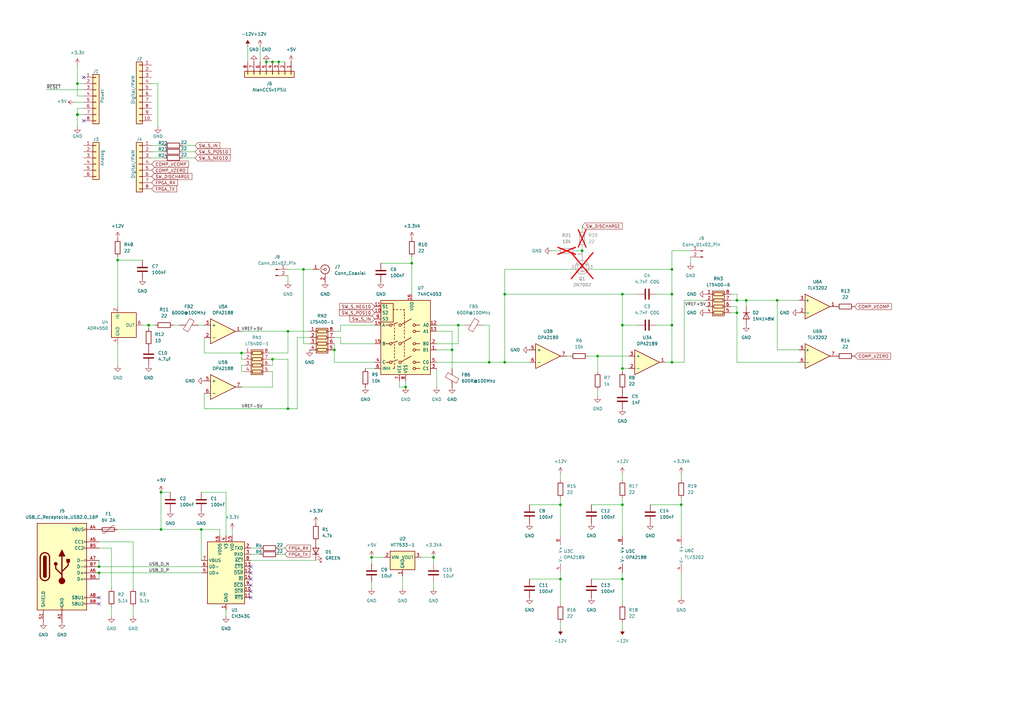
<source format=kicad_sch>
(kicad_sch (version 20250114) (generator "eeschema") (generator_version "9.0")
  (paper "A3")
  (title_block (date "mar. 31 mars 2015"))
  (lib_symbols
    (symbol "Analog_Switch:CD4053B"
      (property "Reference" "U" (at -10.16 16.51 0))
      (property "Value" "CD4053B" (at 3.81 16.51 0))
      (symbol "CD4053B_1_1"
        (pin input line (at -12.7 12.7 0) (length 2.54) (name "S1") (number "11"))
        (pin input line (at -12.7 10.16 0) (length 2.54) (name "S2") (number "10"))
        (pin input line (at -12.7 7.62 0) (length 2.54) (name "S3") (number "9"))
        (pin bidirectional line (at -12.7 5.08 0) (length 2.54) (name "A") (number "14"))
        (pin bidirectional line (at -12.7 -2.54 0) (length 2.54) (name "B") (number "15"))
        (pin bidirectional line (at -12.7 -10.16 0) (length 2.54) (name "C") (number "4"))
        (pin input line (at -12.7 -12.7 0) (length 2.54) (name "INH") (number "6"))
        (pin power_in line (at -2.54 -17.78 90) (length 2.54) (name "VEE") (number "7"))
        (pin power_in line (at 0 -17.78 90) (length 2.54) (name "VSS") (number "8"))
        (pin power_in line (at 2.54 17.78 270) (length 2.54) (name "VDD") (number "16"))
        (pin bidirectional line (at 12.7 5.08 180) (length 2.54) (name "A0") (number "12"))
        (pin bidirectional line (at 12.7 2.54 180) (length 2.54) (name "A1") (number "13"))
        (pin bidirectional line (at 12.7 -2.54 180) (length 2.54) (name "B0") (number "2"))
        (pin bidirectional line (at 12.7 -5.08 180) (length 2.54) (name "B1") (number "1"))
        (pin bidirectional line (at 12.7 -10.16 180) (length 2.54) (name "C0") (number "5"))
        (pin bidirectional line (at 12.7 -12.7 180) (length 2.54) (name "C1") (number "3"))
      )
    )
    (symbol "Comparator:MCP6562" (pin_names (offset 0.127))
      (property "Reference" "U" (at 3.81 3.81 0))
      (property "Value" "MCP6562" (at 6.35 -3.81 0))
      (symbol "MCP6562_1_1"
        (pin input line (at -7.62 2.54 0) (length 2.54) (name "+") (number "3"))
        (pin input line (at -7.62 -2.54 0) (length 2.54) (name "-") (number "2"))
        (pin output line (at 7.62 0 180) (length 2.54) (name "~") (number "1"))
      )
      (symbol "MCP6562_2_1"
        (pin input line (at -7.62 2.54 0) (length 2.54) (name "+") (number "5"))
        (pin input line (at -7.62 -2.54 0) (length 2.54) (name "-") (number "6"))
        (pin output line (at 7.62 0 180) (length 2.54) (name "~") (number "7"))
      )
      (symbol "MCP6562_3_1"
        (pin power_in line (at -2.54 7.62 270) (length 3.81) (name "V+") (number "8"))
        (pin power_in line (at -2.54 -7.62 90) (length 3.81) (name "V-") (number "4"))
      )
    )
    (symbol "Connector:Conn_01x02_Pin" (pin_names (offset 1.016) (hide yes))
      (property "Reference" "J" (at 0 2.54 0))
      (property "Value" "Conn_01x02_Pin" (at 0 -5.08 0))
      (symbol "Conn_01x02_Pin_1_1"
        (pin passive line (at 5.08 0 180) (length 3.81) (name "Pin_1") (number "1"))
        (pin passive line (at 5.08 -2.54 180) (length 3.81) (name "Pin_2") (number "2"))
      )
    )
    (symbol "Connector:Conn_Coaxial" (pin_names (offset 1.016) (hide yes))
      (property "Reference" "J" (at 0.254 3.048 0))
      (property "Value" "Conn_Coaxial" (at 2.921 0 90))
      (symbol "Conn_Coaxial_1_1"
        (pin passive line (at -5.08 0 0) (length 2.54) (name "In") (number "1"))
        (pin passive line (at 0 -5.08 90) (length 2.54) (name "Ext") (number "2"))
      )
    )
    (symbol "Connector:USB_C_Receptacle_USB2.0_16P" (pin_names (offset 1.016))
      (property "Reference" "J" (at 0 22.225 0))
      (property "Value" "USB_C_Receptacle_USB2.0_16P" (at 0 19.685 0))
      (symbol "USB_C_Receptacle_USB2.0_16P_1_1"
        (pin passive line (at -7.62 -22.86 90) (length 5.08) (name "SHIELD") (number "S1"))
        (pin passive line (at 0 -22.86 90) (length 5.08) (name "GND") (number "A1"))
        (pin passive line (at 0 -22.86 90) (length 5.08) (hide yes) (name "GND") (number "A12"))
        (pin passive line (at 0 -22.86 90) (length 5.08) (hide yes) (name "GND") (number "B1"))
        (pin passive line (at 0 -22.86 90) (length 5.08) (hide yes) (name "GND") (number "B12"))
        (pin passive line (at 15.24 15.24 180) (length 5.08) (name "VBUS") (number "A4"))
        (pin passive line (at 15.24 15.24 180) (length 5.08) (hide yes) (name "VBUS") (number "A9"))
        (pin passive line (at 15.24 15.24 180) (length 5.08) (hide yes) (name "VBUS") (number "B4"))
        (pin passive line (at 15.24 15.24 180) (length 5.08) (hide yes) (name "VBUS") (number "B9"))
        (pin bidirectional line (at 15.24 10.16 180) (length 5.08) (name "CC1") (number "A5"))
        (pin bidirectional line (at 15.24 7.62 180) (length 5.08) (name "CC2") (number "B5"))
        (pin bidirectional line (at 15.24 2.54 180) (length 5.08) (name "D-") (number "A7"))
        (pin bidirectional line (at 15.24 0 180) (length 5.08) (name "D-") (number "B7"))
        (pin bidirectional line (at 15.24 -2.54 180) (length 5.08) (name "D+") (number "A6"))
        (pin bidirectional line (at 15.24 -5.08 180) (length 5.08) (name "D+") (number "B6"))
        (pin bidirectional line (at 15.24 -12.7 180) (length 5.08) (name "SBU1") (number "A8"))
        (pin bidirectional line (at 15.24 -15.24 180) (length 5.08) (name "SBU2") (number "B8"))
      )
    )
    (symbol "Connector_Generic:Conn_01x06" (pin_names (offset 1.016) (hide yes))
      (property "Reference" "J" (at 0 7.62 0))
      (property "Value" "Conn_01x06" (at 0 -10.16 0))
      (symbol "Conn_01x06_1_1"
        (pin passive line (at -5.08 5.08 0) (length 3.81) (name "Pin_1") (number "1"))
        (pin passive line (at -5.08 2.54 0) (length 3.81) (name "Pin_2") (number "2"))
        (pin passive line (at -5.08 0 0) (length 3.81) (name "Pin_3") (number "3"))
        (pin passive line (at -5.08 -2.54 0) (length 3.81) (name "Pin_4") (number "4"))
        (pin passive line (at -5.08 -5.08 0) (length 3.81) (name "Pin_5") (number "5"))
        (pin passive line (at -5.08 -7.62 0) (length 3.81) (name "Pin_6") (number "6"))
      )
    )
    (symbol "Connector_Generic:Conn_01x08" (pin_names (offset 1.016) (hide yes))
      (property "Reference" "J" (at 0 10.16 0))
      (property "Value" "Conn_01x08" (at 0 -12.7 0))
      (symbol "Conn_01x08_1_1"
        (pin passive line (at -5.08 7.62 0) (length 3.81) (name "Pin_1") (number "1"))
        (pin passive line (at -5.08 5.08 0) (length 3.81) (name "Pin_2") (number "2"))
        (pin passive line (at -5.08 2.54 0) (length 3.81) (name "Pin_3") (number "3"))
        (pin passive line (at -5.08 0 0) (length 3.81) (name "Pin_4") (number "4"))
        (pin passive line (at -5.08 -2.54 0) (length 3.81) (name "Pin_5") (number "5"))
        (pin passive line (at -5.08 -5.08 0) (length 3.81) (name "Pin_6") (number "6"))
        (pin passive line (at -5.08 -7.62 0) (length 3.81) (name "Pin_7") (number "7"))
        (pin passive line (at -5.08 -10.16 0) (length 3.81) (name "Pin_8") (number "8"))
      )
    )
    (symbol "Connector_Generic:Conn_01x10" (pin_names (offset 1.016) (hide yes))
      (property "Reference" "J" (at 0 12.7 0))
      (property "Value" "Conn_01x10" (at 0 -15.24 0))
      (symbol "Conn_01x10_1_1"
        (pin passive line (at -5.08 10.16 0) (length 3.81) (name "Pin_1") (number "1"))
        (pin passive line (at -5.08 7.62 0) (length 3.81) (name "Pin_2") (number "2"))
        (pin passive line (at -5.08 5.08 0) (length 3.81) (name "Pin_3") (number "3"))
        (pin passive line (at -5.08 2.54 0) (length 3.81) (name "Pin_4") (number "4"))
        (pin passive line (at -5.08 0 0) (length 3.81) (name "Pin_5") (number "5"))
        (pin passive line (at -5.08 -2.54 0) (length 3.81) (name "Pin_6") (number "6"))
        (pin passive line (at -5.08 -5.08 0) (length 3.81) (name "Pin_7") (number "7"))
        (pin passive line (at -5.08 -7.62 0) (length 3.81) (name "Pin_8") (number "8"))
        (pin passive line (at -5.08 -10.16 0) (length 3.81) (name "Pin_9") (number "9"))
        (pin passive line (at -5.08 -12.7 0) (length 3.81) (name "Pin_10") (number "10"))
      )
    )
    (symbol "Device:C" (pin_numbers (hide yes)) (pin_names (offset 0.254))
      (property "Reference" "C" (at 0.635 2.54 0))
      (property "Value" "C" (at 0.635 -2.54 0))
      (symbol "C_1_1"
        (pin passive line (at 0 3.81 270) (length 2.794) (name "~") (number "1"))
        (pin passive line (at 0 -3.81 90) (length 2.794) (name "~") (number "2"))
      )
    )
    (symbol "Device:FerriteBead" (pin_numbers (hide yes)) (pin_names (offset 0))
      (property "Reference" "FB" (at -3.81 0.635 90))
      (property "Value" "FerriteBead" (at 3.81 0 90))
      (symbol "FerriteBead_1_1"
        (pin passive line (at 0 3.81 270) (length 2.54) (name "~") (number "1"))
        (pin passive line (at 0 -3.81 90) (length 2.54) (name "~") (number "2"))
      )
    )
    (symbol "Device:LED" (pin_numbers (hide yes)) (pin_names (offset 1.016) (hide yes))
      (property "Reference" "D" (at 0 2.54 0))
      (property "Value" "LED" (at 0 -2.54 0))
      (symbol "LED_1_1"
        (pin passive line (at -3.81 0 0) (length 2.54) (name "K") (number "1"))
        (pin passive line (at 3.81 0 180) (length 2.54) (name "A") (number "2"))
      )
    )
    (symbol "Device:Opamp_Dual"
      (property "Reference" "U" (at 0 5.08 0))
      (property "Value" "Opamp_Dual" (at 0 -5.08 0))
      (symbol "Opamp_Dual_1_1"
        (pin input line (at -7.62 2.54 0) (length 2.54) (name "+") (number "3"))
        (pin input line (at -7.62 -2.54 0) (length 2.54) (name "-") (number "2"))
        (pin output line (at 7.62 0 180) (length 2.54) (name "~") (number "1"))
      )
      (symbol "Opamp_Dual_2_1"
        (pin input line (at -7.62 2.54 0) (length 2.54) (name "+") (number "5"))
        (pin input line (at -7.62 -2.54 0) (length 2.54) (name "-") (number "6"))
        (pin output line (at 7.62 0 180) (length 2.54) (name "~") (number "7"))
      )
      (symbol "Opamp_Dual_3_1"
        (pin power_in line (at -2.54 7.62 270) (length 3.81) (name "V+") (number "8"))
        (pin power_in line (at -2.54 -7.62 90) (length 3.81) (name "V-") (number "4"))
      )
    )
    (symbol "Device:Polyfuse" (pin_numbers (hide yes)) (pin_names (offset 0))
      (property "Reference" "F" (at -2.54 0 90))
      (property "Value" "Polyfuse" (at 2.54 0 90))
      (symbol "Polyfuse_1_1"
        (pin passive line (at 0 3.81 270) (length 1.27) (name "~") (number "1"))
        (pin passive line (at 0 -3.81 90) (length 1.27) (name "~") (number "2"))
      )
    )
    (symbol "Device:R" (pin_numbers (hide yes)) (pin_names (offset 0))
      (property "Reference" "R" (at 2.032 0 90))
      (property "Value" "R" (at 0 0 90))
      (symbol "R_1_1"
        (pin passive line (at 0 3.81 270) (length 1.27) (name "~") (number "1"))
        (pin passive line (at 0 -3.81 90) (length 1.27) (name "~") (number "2"))
      )
    )
    (symbol "Device:R_Pack04" (pin_names (offset 0) (hide yes))
      (property "Reference" "RN" (at -7.62 0 90))
      (property "Value" "R_Pack04" (at 5.08 0 90))
      (symbol "R_Pack04_1_1"
        (pin passive line (at -5.08 5.08 270) (length 2.54) (name "R1.2") (number "8"))
        (pin passive line (at -5.08 -5.08 90) (length 2.54) (name "R1.1") (number "1"))
        (pin passive line (at -2.54 5.08 270) (length 2.54) (name "R2.2") (number "7"))
        (pin passive line (at -2.54 -5.08 90) (length 2.54) (name "R2.1") (number "2"))
        (pin passive line (at 0 5.08 270) (length 2.54) (name "R3.2") (number "6"))
        (pin passive line (at 0 -5.08 90) (length 2.54) (name "R3.1") (number "3"))
        (pin passive line (at 2.54 5.08 270) (length 2.54) (name "R4.2") (number "5"))
        (pin passive line (at 2.54 -5.08 90) (length 2.54) (name "R4.1") (number "4"))
      )
    )
    (symbol "Diode:1N4148W" (pin_numbers (hide yes)) (pin_names (hide yes))
      (property "Reference" "D" (at 0 2.54 0))
      (property "Value" "1N4148W" (at 0 -2.54 0))
      (symbol "1N4148W_1_1"
        (pin passive line (at -3.81 0 0) (length 2.54) (name "K") (number "1"))
        (pin passive line (at 3.81 0 180) (length 2.54) (name "A") (number "2"))
      )
    )
    (symbol "Interface_USB:CH343G"
      (property "Reference" "U1" (at 2.1433 -15.24 0))
      (property "Value" "CH343G" (at 2.1433 -17.78 0))
      (symbol "CH343G_1_1"
        (pin input line (at -10.16 5.08 0) (length 2.54) (name "VBUS") (number "7"))
        (pin bidirectional line (at -10.16 2.54 0) (length 2.54) (name "UD-") (number "6"))
        (pin bidirectional line (at -10.16 0 0) (length 2.54) (name "UD+") (number "5"))
        (pin power_in line (at -2.54 15.24 270) (length 2.54) (name "VDD5") (number "16"))
        (pin power_out line (at 0 15.24 270) (length 2.54) (name "V3") (number "4"))
        (pin power_in line (at 0 -15.24 90) (length 2.54) (name "GND") (number "1"))
        (pin power_in line (at 2.54 15.24 270) (length 2.54) (name "VIO") (number "15"))
        (pin output line (at 10.16 10.16 180) (length 2.54) (name "TXD") (number "2"))
        (pin input line (at 10.16 7.62 180) (length 2.54) (name "RXD") (number "3"))
        (pin output line (at 10.16 5.08 180) (length 2.54) (name "~{ACT}") (number "8"))
        (pin input line (at 10.16 2.54 180) (length 2.54) (name "~{CTS}") (number "13"))
        (pin input line (at 10.16 0 180) (length 2.54) (name "~{DSR}") (number "12"))
        (pin input line (at 10.16 -2.54 180) (length 2.54) (name "~{RI}") (number "14"))
        (pin input line (at 10.16 -5.08 180) (length 2.54) (name "~{DCD}") (number "9"))
        (pin output line (at 10.16 -7.62 180) (length 2.54) (name "~{DTR}") (number "10"))
        (pin output line (at 10.16 -10.16 180) (length 2.54) (name "~{RTS}") (number "11"))
      )
    )
    (symbol "Reference_Voltage:ADR4550"
      (property "Reference" "U" (at 0 6.35 0))
      (property "Value" "ADR4550" (at 2.54 -6.35 0))
      (symbol "ADR4550_0_0"
        (pin no_connect line (at -5.08 0 0) (length 2.54) (hide yes) (name "NC") (number "3"))
        (pin no_connect line (at 5.08 2.54 180) (length 2.54) (hide yes) (name "NC") (number "7"))
        (pin no_connect line (at 5.08 -2.54 180) (length 2.54) (hide yes) (name "NC") (number "8"))
      )
      (symbol "ADR4550_1_1"
        (pin no_connect line (at -5.08 2.54 0) (length 2.54) (hide yes) (name "NC") (number "1"))
        (pin no_connect line (at -5.08 -2.54 0) (length 2.54) (hide yes) (name "NC") (number "5"))
        (pin power_in line (at -2.54 7.62 270) (length 2.54) (name "IN") (number "2"))
        (pin power_in line (at -2.54 -7.62 90) (length 2.54) (name "GND") (number "4"))
        (pin power_out line (at 7.62 0 180) (length 2.54) (name "OUT") (number "6"))
      )
    )
    (symbol "Regulator_Linear:HT75xx-1-SOT89"
      (property "Reference" "U" (at -5.08 -3.81 0))
      (property "Value" "HT75xx-1-SOT89" (at 0 6.35 0))
      (symbol "HT75xx-1-SOT89_1_1"
        (pin power_in line (at -7.62 2.54 0) (length 2.54) (name "VIN") (number "2"))
        (pin power_in line (at 0 -5.08 90) (length 2.54) (name "GND") (number "1"))
        (pin power_out line (at 7.62 2.54 180) (length 2.54) (name "VOUT") (number "3"))
      )
    )
    (symbol "Transistor_FET:2N7002" (pin_names (hide yes))
      (property "Reference" "Q" (at 5.08 1.905 0))
      (property "Value" "2N7002" (at 5.08 0 0))
      (symbol "2N7002_1_1"
        (pin input line (at -5.08 0 0) (length 2.54) (name "G") (number "1"))
        (pin passive line (at 2.54 5.08 270) (length 2.54) (name "D") (number "3"))
        (pin passive line (at 2.54 -5.08 90) (length 2.54) (name "S") (number "2"))
      )
    )
    (symbol "power:+12V" (power) (pin_numbers (hide yes)) (pin_names (offset 0) (hide yes))
      (property "Value" "+12V" (at 0 3.556 0))
      (symbol "+12V_1_1"
        (pin power_in line (at 0 0 90) (length 0) (name "~") (number "1"))
      )
    )
    (symbol "power:+3.3V" (power) (pin_numbers (hide yes)) (pin_names (offset 0) (hide yes))
      (property "Value" "+3.3V" (at 0 3.556 0))
      (symbol "+3.3V_1_1"
        (pin power_in line (at 0 0 90) (length 0) (name "~") (number "1"))
      )
    )
    (symbol "power:+3.3VA" (power) (pin_numbers (hide yes)) (pin_names (offset 0) (hide yes))
      (property "Value" "+3.3VA" (at 0 3.556 0))
      (symbol "+3.3VA_1_1"
        (pin power_in line (at 0 0 90) (length 0) (name "~") (number "1"))
      )
    )
    (symbol "power:+5V" (power) (pin_numbers (hide yes)) (pin_names (offset 0) (hide yes))
      (property "Value" "+5V" (at 0 3.556 0))
      (symbol "+5V_1_1"
        (pin power_in line (at 0 0 90) (length 0) (name "~") (number "1"))
      )
    )
    (symbol "power:-12V" (power) (pin_numbers (hide yes)) (pin_names (offset 0) (hide yes))
      (property "Value" "-12V" (at 0 3.556 0))
      (symbol "-12V_0_0"
        (pin power_in line (at 0 0 90) (length 0) (name "~") (number "1"))
      )
    )
    (symbol "power:GND" (power) (pin_numbers (hide yes)) (pin_names (offset 0) (hide yes))
      (property "Value" "GND" (at 0 -3.81 0))
      (symbol "GND_1_1"
        (pin power_in line (at 0 0 270) (length 0) (name "~") (number "1"))
      )
    )
  )
  (junction (at 229.87 207.01))
  (junction (at 99.06 144.78))
  (junction (at 255.27 133.35))
  (junction (at 40.64 234.95))
  (junction (at 48.26 106.68))
  (junction (at 229.87 237.49))
  (junction (at 255.27 207.01))
  (junction (at 31.75 34.29))
  (junction (at 207.01 120.65))
  (junction (at 302.26 123.19))
  (junction (at 166.37 158.75))
  (junction (at 185.42 143.51))
  (junction (at 152.4 228.6))
  (junction (at 31.75 46.99) (diameter 1.016))
  (junction (at 318.77 123.19))
  (junction (at 124.46 110.49))
  (junction (at 302.26 128.27))
  (junction (at 245.11 146.05))
  (junction (at 109.22 25.4))
  (junction (at 187.96 133.35))
  (junction (at 275.59 148.59))
  (junction (at 238.76 102.87))
  (junction (at 306.07 123.19))
  (junction (at 118.11 135.89))
  (junction (at 66.04 217.17))
  (junction (at 177.8 228.6))
  (junction (at 275.59 120.65))
  (junction (at 168.91 107.95))
  (junction (at 275.59 133.35))
  (junction (at 82.55 217.17))
  (junction (at 118.11 167.64))
  (junction (at 137.16 143.51))
  (junction (at 275.59 110.49))
  (junction (at 200.66 148.59))
  (junction (at 255.27 237.49))
  (junction (at 114.3 25.4))
  (junction (at 279.4 207.01))
  (junction (at 66.04 201.93))
  (junction (at 255.27 120.65))
  (junction (at 111.76 147.32))
  (junction (at 255.27 151.13))
  (junction (at 40.64 232.41))
  (junction (at 111.76 25.4))
  (junction (at 207.01 148.59))
  (junction (at 60.96 133.35))
  (no_connect (at 34.29 49.53))
  (no_connect (at 40.64 245.11))
  (no_connect (at 102.87 245.11))
  (no_connect (at 102.87 237.49))
  (no_connect (at 102.87 242.57))
  (no_connect (at 102.87 240.03))
  (no_connect (at 34.29 31.75))
  (no_connect (at 102.87 232.41))
  (no_connect (at 102.87 234.95))
  (no_connect (at 40.64 247.65))
  (wire (pts (xy 99.06 144.78) (xy 100.33 144.78)))
  (wire (pts (xy 40.64 229.87) (xy 40.64 232.41)))
  (wire (pts (xy 124.46 110.49) (xy 124.46 140.97)))
  (wire (pts (xy 280.67 123.19) (xy 280.67 148.59)))
  (wire (pts (xy 279.4 234.95) (xy 279.4 245.11)))
  (wire (pts (xy 242.57 237.49) (xy 255.27 237.49)))
  (wire (pts (xy 179.07 140.97) (xy 187.96 140.97)))
  (wire (pts (xy 48.26 106.68) (xy 48.26 125.73)))
  (wire (pts (xy 152.4 241.3) (xy 152.4 238.76)))
  (wire (pts (xy 74.93 62.23) (xy 80.01 62.23)))
  (wire (pts (xy 233.68 146.05) (xy 232.41 146.05)))
  (wire (pts (xy 168.91 107.95) (xy 168.91 120.65)))
  (wire (pts (xy 238.76 101.6) (xy 238.76 102.87)))
  (wire (pts (xy 269.24 133.35) (xy 275.59 133.35)))
  (wire (pts (xy 82.55 229.87) (xy 82.55 217.17)))
  (wire (pts (xy 177.8 231.14) (xy 177.8 228.6)))
  (wire (pts (xy 31.75 44.45) (xy 31.75 46.99)))
  (wire (pts (xy 101.6 19.05) (xy 101.6 25.4)))
  (wire (pts (xy 229.87 196.85) (xy 229.87 194.31)))
  (wire (pts (xy 99.06 152.4) (xy 100.33 152.4)))
  (wire (pts (xy 245.11 146.05) (xy 257.81 146.05)))
  (wire (pts (xy 261.62 120.65) (xy 255.27 120.65)))
  (wire (pts (xy 229.87 237.49) (xy 229.87 247.65)))
  (wire (pts (xy 190.5 133.35) (xy 187.96 133.35)))
  (wire (pts (xy 60.96 133.35) (xy 58.42 133.35)))
  (wire (pts (xy 269.24 120.65) (xy 275.59 120.65)))
  (wire (pts (xy 40.64 232.41) (xy 82.55 232.41)))
  (wire (pts (xy 31.75 46.99) (xy 31.75 52.07)))
  (wire (pts (xy 255.27 207.01) (xy 255.27 219.71)))
  (wire (pts (xy 118.11 115.57) (xy 118.11 113.03)))
  (wire (pts (xy 137.16 148.59) (xy 153.67 148.59)))
  (wire (pts (xy 217.17 148.59) (xy 207.01 148.59)))
  (wire (pts (xy 245.11 146.05) (xy 241.3 146.05)))
  (wire (pts (xy 82.55 201.93) (xy 92.71 201.93)))
  (wire (pts (xy 31.75 39.37) (xy 34.29 39.37)))
  (wire (pts (xy 255.27 255.27) (xy 255.27 257.81)))
  (wire (pts (xy 179.07 135.89) (xy 185.42 135.89)))
  (wire (pts (xy 30.48 41.91) (xy 34.29 41.91)))
  (wire (pts (xy 279.4 196.85) (xy 279.4 194.31)))
  (wire (pts (xy 236.22 102.87) (xy 238.76 102.87)))
  (wire (pts (xy 83.82 167.64) (xy 83.82 161.29)))
  (wire (pts (xy 273.05 148.59) (xy 275.59 148.59)))
  (wire (pts (xy 242.57 207.01) (xy 255.27 207.01)))
  (wire (pts (xy 187.96 140.97) (xy 187.96 133.35)))
  (wire (pts (xy 31.75 34.29) (xy 34.29 34.29)))
  (wire (pts (xy 306.07 123.19) (xy 318.77 123.19)))
  (wire (pts (xy 118.11 144.78) (xy 118.11 135.89)))
  (wire (pts (xy 83.82 144.78) (xy 83.82 138.43)))
  (wire (pts (xy 102.87 229.87) (xy 129.54 229.87)))
  (wire (pts (xy 229.87 255.27) (xy 229.87 257.81)))
  (wire (pts (xy 255.27 133.35) (xy 255.27 151.13)))
  (wire (pts (xy 302.26 148.59) (xy 327.66 148.59)))
  (wire (pts (xy 289.56 123.19) (xy 280.67 123.19)))
  (wire (pts (xy 31.75 26.67) (xy 31.75 34.29)))
  (wire (pts (xy 243.84 110.49) (xy 275.59 110.49)))
  (wire (pts (xy 207.01 148.59) (xy 207.01 120.65)))
  (wire (pts (xy 54.61 222.25) (xy 40.64 222.25)))
  (wire (pts (xy 66.04 201.93) (xy 66.04 217.17)))
  (wire (pts (xy 118.11 110.49) (xy 124.46 110.49)))
  (wire (pts (xy 152.4 231.14) (xy 152.4 228.6)))
  (wire (pts (xy 109.22 25.4) (xy 111.76 25.4)))
  (wire (pts (xy 207.01 120.65) (xy 255.27 120.65)))
  (wire (pts (xy 266.7 207.01) (xy 279.4 207.01)))
  (wire (pts (xy 114.3 224.79) (xy 116.84 224.79)))
  (wire (pts (xy 165.1 236.22) (xy 165.1 241.3)))
  (wire (pts (xy 45.72 252.73) (xy 45.72 248.92)))
  (wire (pts (xy 318.77 123.19) (xy 318.77 143.51)))
  (wire (pts (xy 90.17 219.71) (xy 90.17 217.17)))
  (wire (pts (xy 106.68 19.05) (xy 106.68 25.4)))
  (wire (pts (xy 179.07 133.35) (xy 187.96 133.35)))
  (wire (pts (xy 302.26 125.73) (xy 302.26 128.27)))
  (wire (pts (xy 111.76 147.32) (xy 110.49 147.32)))
  (wire (pts (xy 118.11 144.78) (xy 110.49 144.78)))
  (wire (pts (xy 54.61 252.73) (xy 54.61 248.92)))
  (wire (pts (xy 217.17 207.01) (xy 229.87 207.01)))
  (wire (pts (xy 139.7 140.97) (xy 153.67 140.97)))
  (wire (pts (xy 48.26 106.68) (xy 58.42 106.68)))
  (wire (pts (xy 31.75 34.29) (xy 31.75 39.37)))
  (wire (pts (xy 137.16 143.51) (xy 137.16 148.59)))
  (wire (pts (xy 99.06 149.86) (xy 99.06 152.4)))
  (wire (pts (xy 217.17 237.49) (xy 229.87 237.49)))
  (wire (pts (xy 302.26 123.19) (xy 302.26 120.65)))
  (wire (pts (xy 137.16 138.43) (xy 139.7 138.43)))
  (wire (pts (xy 111.76 149.86) (xy 110.49 149.86)))
  (wire (pts (xy 111.76 149.86) (xy 111.76 147.32)))
  (wire (pts (xy 229.87 204.47) (xy 229.87 207.01)))
  (wire (pts (xy 60.96 133.35) (xy 60.96 134.62)))
  (wire (pts (xy 111.76 158.75) (xy 99.06 158.75)))
  (wire (pts (xy 185.42 135.89) (xy 185.42 143.51)))
  (wire (pts (xy 229.87 207.01) (xy 229.87 219.71)))
  (wire (pts (xy 207.01 110.49) (xy 207.01 120.65)))
  (wire (pts (xy 152.4 228.6) (xy 157.48 228.6)))
  (wire (pts (xy 163.83 156.21) (xy 163.83 158.75)))
  (wire (pts (xy 48.26 140.97) (xy 48.26 149.86)))
  (wire (pts (xy 283.21 107.95) (xy 283.21 105.41)))
  (wire (pts (xy 168.91 105.41) (xy 168.91 107.95)))
  (wire (pts (xy 275.59 110.49) (xy 275.59 120.65)))
  (wire (pts (xy 118.11 167.64) (xy 83.82 167.64)))
  (wire (pts (xy 200.66 133.35) (xy 198.12 133.35)))
  (wire (pts (xy 64.77 34.29) (xy 64.77 52.07)))
  (wire (pts (xy 238.76 92.71) (xy 238.76 93.98)))
  (wire (pts (xy 299.72 123.19) (xy 302.26 123.19)))
  (wire (pts (xy 137.16 135.89) (xy 139.7 135.89)))
  (wire (pts (xy 255.27 196.85) (xy 255.27 194.31)))
  (wire (pts (xy 62.23 59.69) (xy 67.31 59.69)))
  (wire (pts (xy 111.76 152.4) (xy 111.76 158.75)))
  (wire (pts (xy 283.21 102.87) (xy 275.59 102.87)))
  (wire (pts (xy 127 138.43) (xy 121.92 138.43)))
  (wire (pts (xy 228.6 102.87) (xy 226.06 102.87)))
  (wire (pts (xy 179.07 151.13) (xy 179.07 158.75)))
  (wire (pts (xy 19.05 36.83) (xy 34.29 36.83)))
  (wire (pts (xy 275.59 133.35) (xy 275.59 148.59)))
  (wire (pts (xy 200.66 148.59) (xy 207.01 148.59)))
  (wire (pts (xy 166.37 156.21) (xy 166.37 158.75)))
  (wire (pts (xy 302.26 128.27) (xy 299.72 128.27)))
  (wire (pts (xy 34.29 46.99) (xy 31.75 46.99)))
  (wire (pts (xy 40.64 234.95) (xy 40.64 237.49)))
  (wire (pts (xy 110.49 152.4) (xy 111.76 152.4)))
  (wire (pts (xy 62.23 62.23) (xy 67.31 62.23)))
  (wire (pts (xy 255.27 234.95) (xy 255.27 237.49)))
  (wire (pts (xy 54.61 241.3) (xy 54.61 222.25)))
  (wire (pts (xy 62.23 64.77) (xy 67.31 64.77)))
  (wire (pts (xy 255.27 151.13) (xy 257.81 151.13)))
  (wire (pts (xy 302.26 128.27) (xy 302.26 148.59)))
  (wire (pts (xy 275.59 120.65) (xy 275.59 133.35)))
  (wire (pts (xy 299.72 125.73) (xy 302.26 125.73)))
  (wire (pts (xy 66.04 201.93) (xy 69.85 201.93)))
  (wire (pts (xy 92.71 201.93) (xy 92.71 219.71)))
  (wire (pts (xy 302.26 120.65) (xy 299.72 120.65)))
  (wire (pts (xy 185.42 143.51) (xy 185.42 151.13)))
  (wire (pts (xy 255.27 152.4) (xy 255.27 151.13)))
  (wire (pts (xy 63.5 133.35) (xy 60.96 133.35)))
  (wire (pts (xy 177.8 241.3) (xy 177.8 238.76)))
  (wire (pts (xy 62.23 34.29) (xy 64.77 34.29)))
  (wire (pts (xy 74.93 59.69) (xy 80.01 59.69)))
  (wire (pts (xy 255.27 204.47) (xy 255.27 207.01)))
  (wire (pts (xy 34.29 44.45) (xy 31.75 44.45)))
  (wire (pts (xy 74.93 64.77) (xy 80.01 64.77)))
  (wire (pts (xy 279.4 207.01) (xy 279.4 219.71)))
  (wire (pts (xy 137.16 140.97) (xy 137.16 143.51)))
  (wire (pts (xy 168.91 107.95) (xy 156.21 107.95)))
  (wire (pts (xy 318.77 123.19) (xy 327.66 123.19)))
  (wire (pts (xy 118.11 135.89) (xy 127 135.89)))
  (wire (pts (xy 280.67 148.59) (xy 275.59 148.59)))
  (wire (pts (xy 106.68 224.79) (xy 102.87 224.79)))
  (wire (pts (xy 40.64 234.95) (xy 82.55 234.95)))
  (wire (pts (xy 139.7 133.35) (xy 153.67 133.35)))
  (wire (pts (xy 229.87 234.95) (xy 229.87 237.49)))
  (wire (pts (xy 121.92 138.43) (xy 121.92 167.64)))
  (wire (pts (xy 118.11 135.89) (xy 99.06 135.89)))
  (wire (pts (xy 275.59 102.87) (xy 275.59 110.49)))
  (wire (pts (xy 92.71 252.73) (xy 92.71 250.19)))
  (wire (pts (xy 111.76 147.32) (xy 118.11 147.32)))
  (wire (pts (xy 245.11 160.02) (xy 245.11 162.56)))
  (wire (pts (xy 99.06 149.86) (xy 100.33 149.86)))
  (wire (pts (xy 66.04 217.17) (xy 82.55 217.17)))
  (wire (pts (xy 255.27 237.49) (xy 255.27 247.65)))
  (wire (pts (xy 99.06 144.78) (xy 99.06 147.32)))
  (wire (pts (xy 139.7 138.43) (xy 139.7 140.97)))
  (wire (pts (xy 306.07 125.73) (xy 306.07 123.19)))
  (wire (pts (xy 233.68 110.49) (xy 207.01 110.49)))
  (wire (pts (xy 185.42 143.51) (xy 179.07 143.51)))
  (wire (pts (xy 121.92 167.64) (xy 118.11 167.64)))
  (wire (pts (xy 99.06 147.32) (xy 100.33 147.32)))
  (wire (pts (xy 95.25 217.17) (xy 95.25 219.71)))
  (wire (pts (xy 177.8 228.6) (xy 172.72 228.6)))
  (wire (pts (xy 139.7 135.89) (xy 139.7 133.35)))
  (wire (pts (xy 102.87 227.33) (xy 106.68 227.33)))
  (wire (pts (xy 255.27 120.65) (xy 255.27 133.35)))
  (wire (pts (xy 111.76 25.4) (xy 114.3 25.4)))
  (wire (pts (xy 279.4 204.47) (xy 279.4 207.01)))
  (wire (pts (xy 73.66 133.35) (xy 71.12 133.35)))
  (wire (pts (xy 114.3 227.33) (xy 116.84 227.33)))
  (wire (pts (xy 124.46 110.49) (xy 128.27 110.49)))
  (wire (pts (xy 48.26 217.17) (xy 66.04 217.17)))
  (wire (pts (xy 327.66 143.51) (xy 318.77 143.51)))
  (wire (pts (xy 83.82 144.78) (xy 99.06 144.78)))
  (wire (pts (xy 302.26 123.19) (xy 306.07 123.19)))
  (wire (pts (xy 82.55 217.17) (xy 90.17 217.17)))
  (wire (pts (xy 261.62 133.35) (xy 255.27 133.35)))
  (wire (pts (xy 200.66 148.59) (xy 200.66 133.35)))
  (wire (pts (xy 149.86 151.13) (xy 153.67 151.13)))
  (wire (pts (xy 163.83 158.75) (xy 166.37 158.75)))
  (wire (pts (xy 48.26 106.68) (xy 48.26 105.41)))
  (wire (pts (xy 45.72 224.79) (xy 45.72 241.3)))
  (wire (pts (xy 81.28 133.35) (xy 83.82 133.35)))
  (wire (pts (xy 114.3 25.4) (xy 116.84 25.4)))
  (wire (pts (xy 40.64 224.79) (xy 45.72 224.79)))
  (wire (pts (xy 245.11 152.4) (xy 245.11 146.05)))
  (wire (pts (xy 179.07 148.59) (xy 200.66 148.59)))
  (wire (pts (xy 118.11 147.32) (xy 118.11 167.64)))
  (wire (pts (xy 124.46 140.97) (xy 127 140.97)))
  (label "~{RESET}" (at 19.05 36.83 0))
  (label "VREF+5V" (at 289.56 125.73 180))
  (label "VREF+5V" (at 99.06 135.89 0))
  (label "USB_D_N" (at 60.96 232.41 0))
  (label "VREF-5V" (at 99.06 167.64 0))
  (label "USB_D_P" (at 60.96 234.95 0))
  (global_label "SW_S_NEG10" (shape input) (at 80.01 64.77 0) (property "Intersheetrefs" "${INTERSHEET_REFS}" (effects (hide yes))))
  (global_label "SW_S_POS10" (shape input) (at 153.67 128.27 180) (property "Intersheetrefs" "${INTERSHEET_REFS}" (effects (hide yes))))
  (global_label "COMP_VZERO" (shape input) (at 350.52 146.05 0) (property "Intersheetrefs" "${INTERSHEET_REFS}" (effects (hide yes))))
  (global_label "SW_S_IN" (shape input) (at 80.01 59.69 0) (property "Intersheetrefs" "${INTERSHEET_REFS}" (effects (hide yes))))
  (global_label "SW_DISCHARGE" (shape input) (at 238.76 92.71 0) (property "Intersheetrefs" "${INTERSHEET_REFS}" (effects (hide yes))))
  (global_label "SW_S_IN" (shape input) (at 153.67 130.81 180) (property "Intersheetrefs" "${INTERSHEET_REFS}" (effects (hide yes))))
  (global_label "FPGA_TX" (shape input) (at 62.23 77.47 0) (property "Intersheetrefs" "${INTERSHEET_REFS}" (effects (hide yes))))
  (global_label "FPGA_RX" (shape input) (at 116.84 224.79 0) (property "Intersheetrefs" "${INTERSHEET_REFS}" (effects (hide yes))))
  (global_label "SW_S_POS10" (shape input) (at 80.01 62.23 0) (property "Intersheetrefs" "${INTERSHEET_REFS}" (effects (hide yes))))
  (global_label "FPGA_TX" (shape input) (at 116.84 227.33 0) (property "Intersheetrefs" "${INTERSHEET_REFS}" (effects (hide yes))))
  (global_label "COMP_VCOMP" (shape input) (at 62.23 67.31 0) (property "Intersheetrefs" "${INTERSHEET_REFS}" (effects (hide yes))))
  (global_label "SW_DISCHARGE" (shape input) (at 62.23 72.39 0) (property "Intersheetrefs" "${INTERSHEET_REFS}" (effects (hide yes))))
  (global_label "COMP_VCOMP" (shape input) (at 350.52 125.73 0) (property "Intersheetrefs" "${INTERSHEET_REFS}" (effects (hide yes))))
  (global_label "FPGA_RX" (shape input) (at 62.23 74.93 0) (property "Intersheetrefs" "${INTERSHEET_REFS}" (effects (hide yes))))
  (global_label "SW_S_NEG10" (shape input) (at 153.67 125.73 180) (property "Intersheetrefs" "${INTERSHEET_REFS}" (effects (hide yes))))
  (global_label "COMP_VZERO" (shape input) (at 62.23 69.85 0) (property "Intersheetrefs" "${INTERSHEET_REFS}" (effects (hide yes))))
  (symbol (lib_id "Connector_Generic:Conn_01x08") (at 39.37 39.37 0) (unit 1)
    (property "Reference" "J1" (at 39.37 29.21 0))
    (property "Value" "Power" (at 41.91 39.37 90))
    (property "Footprint" "Connector_PinSocket_2.54mm:PinSocket_1x08_P2.54mm_Vertical" (effects (hide yes)))
    (property "Datasheet" "~" (at 39.37 39.37 0))
    (property "Description" "Generic connector, single row, 01x08, script generated (kicad-library-utils/schlib/autogen/connector/)" (effects (hide yes)))
  )
  (symbol (lib_id "power:+5V") (at 30.48 41.91 90) (unit 1)
    (property "Reference" "#PWR02" (effects (hide yes)))
    (property "Value" "+5V" (at 27.432 41.5544 90) (effects (justify left)))
    (property "Description" "Power symbol creates a global label with name \"+5V\"" (effects (hide yes)))
  )
  (symbol (lib_id "power:GND") (at 31.75 52.07 0) (unit 1)
    (property "Reference" "#PWR04" (effects (hide yes)))
    (property "Value" "GND" (at 31.75 55.88 0))
    (property "Description" "Power symbol creates a global label with name \"GND\" , ground" (effects (hide yes)))
  )
  (symbol (lib_id "Connector_Generic:Conn_01x10") (at 57.15 36.83 0) (mirror y) (unit 1)
    (property "Reference" "J2" (at 57.15 24.13 0))
    (property "Value" "Digital/PWM" (at 54.61 36.83 90))
    (property "Footprint" "Connector_PinSocket_2.54mm:PinSocket_1x10_P2.54mm_Vertical" (effects (hide yes)))
    (property "Datasheet" "~" (at 57.15 36.83 0))
    (property "Description" "Generic connector, single row, 01x10, script generated (kicad-library-utils/schlib/autogen/connector/)" (effects (hide yes)))
  )
  (symbol (lib_id "power:GND") (at 64.77 52.07 0) (unit 1)
    (property "Reference" "#PWR05" (effects (hide yes)))
    (property "Value" "GND" (at 64.77 55.88 0))
    (property "Description" "Power symbol creates a global label with name \"GND\" , ground" (effects (hide yes)))
  )
  (symbol (lib_id "Connector_Generic:Conn_01x06") (at 39.37 64.77 0) (unit 1)
    (property "Reference" "J3" (at 39.37 57.15 0))
    (property "Value" "Analog" (at 41.91 64.77 90))
    (property "Footprint" "Connector_PinSocket_2.54mm:PinSocket_1x06_P2.54mm_Vertical" (effects (hide yes)))
    (property "Description" "Generic connector, single row, 01x06, script generated (kicad-library-utils/schlib/autogen/connector/)" (effects (hide yes)))
  )
  (symbol (lib_id "Connector_Generic:Conn_01x08") (at 57.15 67.31 0) (mirror y) (unit 1)
    (property "Reference" "J4" (at 57.15 57.15 0))
    (property "Value" "Digital/PWM" (at 54.61 67.31 90))
    (property "Footprint" "Connector_PinSocket_2.54mm:PinSocket_1x08_P2.54mm_Vertical" (effects (hide yes)))
    (property "Datasheet" "~" (at 57.15 67.31 0))
    (property "Description" "Generic connector, single row, 01x08, script generated (kicad-library-utils/schlib/autogen/connector/)" (effects (hide yes)))
  )
  (symbol (lib_id "power:+3.3VA") (at 168.91 97.79 0) (unit 1)
    (property "Reference" "#PWR012" (effects (hide yes)))
    (property "Value" "+3.3VA" (at 168.91 92.71 0))
    (property "Description" "Power symbol creates a global label with name \"+3.3VA\"" (effects (hide yes)))
  )
  (symbol (lib_id "Interface_USB:CH343G") (at 92.71 234.95 0) (unit 1)
    (property "Reference" "U1" (at 94.8533 250.19 0) (effects (justify left)))
    (property "Value" "CH343G" (at 94.8533 252.73 0) (effects (justify left)))
    (property "Footprint" "Package_SO:SOIC-16_3.9x9.9mm_P1.27mm" (effects (hide yes)))
    (property "Datasheet" "https://www.wch-ic.com/downloads/CH343DS1_PDF.html" (effects (hide yes)))
    (property "Description" "High-Speed USB serial converter, up to 6Mbps, 3.3V or 5V supply, UART, SOIC-16" (effects (hide yes)))
  )
  (symbol (lib_id "Transistor_FET:2N7002") (at 238.76 107.95 270) (unit 1) (dnp yes)
    (property "Reference" "Q1" (at 238.76 114.3 90))
    (property "Value" "2N7002" (at 238.76 116.84 90))
    (property "Footprint" "Package_TO_SOT_SMD:SOT-23" (effects (hide yes)))
    (property "Datasheet" "https://www.onsemi.com/pub/Collateral/NDS7002A-D.PDF" (effects (hide yes)))
    (property "Description" "0.115A Id, 60V Vds, N-Channel MOSFET, SOT-23" (effects (hide yes)))
  )
  (symbol (lib_id "Connector:Conn_01x02_Pin") (at 113.03 110.49 0) (unit 1)
    (property "Reference" "J8" (at 113.665 105.41 0))
    (property "Value" "Conn_01x02_Pin" (at 113.665 107.95 0))
    (property "Footprint" "Connector_PinHeader_2.54mm:PinHeader_1x02_P2.54mm_Vertical" (effects (hide yes)))
    (property "Description" "Generic connector, single row, 01x02, script generated" (effects (hide yes)))
  )
  (symbol (lib_id "Device:R_Pack04") (at 294.64 125.73 270) (unit 1)
    (property "Reference" "RN3" (at 294.64 114.3 90))
    (property "Value" "LT5400-6" (at 294.64 116.84 90))
    (property "Footprint" "Package_SO:MSOP-8_3x3mm_P0.65mm" (effects (hide yes)))
    (property "Description" "4 resistor network, parallel topology" (effects (hide yes)))
  )
  (symbol (lib_id "Device:R") (at 60.96 138.43 180) (unit 1)
    (property "Reference" "R12" (at 63.5 137.1599 0) (effects (justify right)))
    (property "Value" "10" (at 63.5 139.6999 0) (effects (justify right)))
    (property "Footprint" "Resistor_SMD:R_0603_1608Metric" (effects (hide yes)))
    (property "Description" "Resistor" (effects (hide yes)))
  )
  (symbol (lib_id "power:GND") (at 242.57 214.63 0) (unit 1)
    (property "Reference" "#PWR044" (effects (hide yes)))
    (property "Value" "GND" (at 242.57 219.71 0))
    (property "Description" "Power symbol creates a global label with name \"GND\" , ground" (effects (hide yes)))
  )
  (symbol (lib_id "Device:R_Pack04") (at 132.08 140.97 270) (unit 1)
    (property "Reference" "RN2" (at 132.08 129.54 90))
    (property "Value" "LT5400-1" (at 132.08 132.08 90))
    (property "Footprint" "Package_SO:MSOP-8_3x3mm_P0.65mm" (effects (hide yes)))
    (property "Description" "4 resistor network, parallel topology" (effects (hide yes)))
  )
  (symbol (lib_id "Device:Opamp_Dual") (at 224.79 146.05 0) (unit 2)
    (property "Reference" "U3" (at 224.79 135.89 0))
    (property "Value" "OPA2189" (at 224.79 138.43 0))
    (property "Footprint" "Package_SO:SOIC-8_3.9x4.9mm_P1.27mm" (effects (hide yes)))
    (property "Description" "Dual operational amplifier" (effects (hide yes)))
    (property "Sim.Library" "${KICAD7_SYMBOL_DIR}/Simulation_SPICE.sp" (effects (hide yes)))
    (property "Sim.Name" "kicad_builtin_opamp_dual" (effects (hide yes)))
    (property "Sim.Device" "SUBCKT" (effects (hide yes)))
    (property "Sim.Pins" "1=out1 2=in1- 3=in1+ 4=vee 5=in2+ 6=in2- 7=out2 8=vcc" (effects (hide yes)))
  )
  (symbol (lib_id "power:GND") (at 152.4 241.3 0) (unit 1)
    (property "Reference" "#PWR056" (effects (hide yes)))
    (property "Value" "GND" (at 152.4 246.38 0))
    (property "Description" "Power symbol creates a global label with name \"GND\" , ground" (effects (hide yes)))
  )
  (symbol (lib_id "Device:R") (at 48.26 101.6 180) (unit 1)
    (property "Reference" "R48" (at 50.8 100.3299 0) (effects (justify right)))
    (property "Value" "22" (at 50.8 102.8699 0) (effects (justify right)))
    (property "Footprint" "Resistor_SMD:R_0603_1608Metric" (effects (hide yes)))
    (property "Description" "Resistor" (effects (hide yes)))
  )
  (symbol (lib_id "Comparator:MCP6562") (at 335.28 146.05 0) (unit 2)
    (property "Reference" "U6" (at 335.28 135.89 0))
    (property "Value" "TLV3202" (at 335.28 138.43 0))
    (property "Footprint" "Package_SO:SOIC-8_3.9x4.9mm_P1.27mm" (effects (hide yes)))
    (property "Datasheet" "http://ww1.microchip.com/downloads/en/DeviceDoc/MCP6561-1R-1U-2-4-1.8V-Low-Power-Push-Pull-Output-Comparator-DS20002139E.pdf" (effects (hide yes)))
    (property "Description" "Dual 1.8V Low-Power Push-Pull Output Comparator, SOIC-8/MSOP-8" (effects (hide yes)))
  )
  (symbol (lib_id "power:+12V") (at 229.87 194.31 0) (unit 1)
    (property "Reference" "#PWR041" (effects (hide yes)))
    (property "Value" "+12V" (at 229.87 189.23 0))
    (property "Description" "Power symbol creates a global label with name \"+12V\"" (effects (hide yes)))
  )
  (symbol (lib_id "Device:Polyfuse") (at 44.45 217.17 90) (unit 1)
    (property "Reference" "F1" (at 44.45 210.82 90))
    (property "Value" "6V 2A" (at 44.45 213.36 90))
    (property "Footprint" "Fuse:Fuse_1206_3216Metric" (effects (hide yes)))
    (property "Description" "Resettable fuse, polymeric positive temperature coefficient" (effects (hide yes)))
  )
  (symbol (lib_id "Device:C") (at 266.7 210.82 0) (unit 1)
    (property "Reference" "C14" (at 270.51 209.5499 0) (effects (justify left)))
    (property "Value" "100nF" (at 270.51 212.0899 0) (effects (justify left)))
    (property "Footprint" "Capacitor_SMD:C_0603_1608Metric" (effects (hide yes)))
    (property "Description" "Unpolarized capacitor" (effects (hide yes)))
  )
  (symbol (lib_id "power:GND") (at 242.57 245.11 0) (unit 1)
    (property "Reference" "#PWR045" (effects (hide yes)))
    (property "Value" "GND" (at 242.57 250.19 0))
    (property "Description" "Power symbol creates a global label with name \"GND\" , ground" (effects (hide yes)))
  )
  (symbol (lib_id "power:GND") (at 82.55 209.55 0) (unit 1)
    (property "Reference" "#PWR019" (effects (hide yes)))
    (property "Value" "GND" (at 82.55 214.63 0))
    (property "Description" "Power symbol creates a global label with name \"GND\" , ground" (effects (hide yes)))
  )
  (symbol (lib_id "Device:R") (at 279.4 200.66 0) (unit 1)
    (property "Reference" "R19" (at 281.94 199.3899 0) (effects (justify left)))
    (property "Value" "22" (at 281.94 201.9299 0) (effects (justify left)))
    (property "Footprint" "Resistor_SMD:R_0603_1608Metric" (effects (hide yes)))
    (property "Description" "Resistor" (effects (hide yes)))
  )
  (symbol (lib_id "Device:R") (at 71.12 62.23 90) (unit 1)
    (property "Reference" "R23" (at 66.802 61.214 90))
    (property "Value" "22" (at 75.438 60.96 90))
    (property "Footprint" "Resistor_SMD:R_0603_1608Metric" (effects (hide yes)))
    (property "Description" "Resistor" (effects (hide yes)))
  )
  (symbol (lib_id "Device:R") (at 229.87 200.66 0) (unit 1)
    (property "Reference" "R15" (at 232.41 199.3899 0) (effects (justify left)))
    (property "Value" "22" (at 232.41 201.9299 0) (effects (justify left)))
    (property "Footprint" "Resistor_SMD:R_0603_1608Metric" (effects (hide yes)))
    (property "Description" "Resistor" (effects (hide yes)))
  )
  (symbol (lib_id "Device:LED") (at 129.54 226.06 90) (unit 1)
    (property "Reference" "D1" (at 133.35 226.3774 90) (effects (justify right)))
    (property "Value" "GREEN" (at 133.35 228.9174 90) (effects (justify right)))
    (property "Footprint" "LED_SMD:LED_0603_1608Metric" (effects (hide yes)))
    (property "Description" "Light emitting diode" (effects (hide yes)))
    (property "Sim.Pins" "1=K 2=A" (effects (hide yes)))
  )
  (symbol (lib_id "power:+12V") (at 48.26 97.79 0) (unit 1)
    (property "Reference" "#PWR030" (effects (hide yes)))
    (property "Value" "+12V" (at 48.26 92.71 0))
    (property "Description" "Power symbol creates a global label with name \"+12V\"" (effects (hide yes)))
  )
  (symbol (lib_id "power:+5V") (at 119.38 25.4 0) (unit 1)
    (property "Reference" "#PWR09" (effects (hide yes)))
    (property "Value" "+5V" (at 119.38 20.32 0))
    (property "Description" "Power symbol creates a global label with name \"+5V\"" (effects (hide yes)))
  )
  (symbol (lib_id "Device:C") (at 242.57 241.3 0) (unit 1)
    (property "Reference" "C13" (at 246.38 240.0299 0) (effects (justify left)))
    (property "Value" "100nF" (at 246.38 242.5699 0) (effects (justify left)))
    (property "Footprint" "Capacitor_SMD:C_0603_1608Metric" (effects (hide yes)))
    (property "Description" "Unpolarized capacitor" (effects (hide yes)))
  )
  (symbol (lib_id "power:GND") (at 266.7 214.63 0) (unit 1)
    (property "Reference" "#PWR048" (effects (hide yes)))
    (property "Value" "GND" (at 266.7 219.71 0))
    (property "Description" "Power symbol creates a global label with name \"GND\" , ground" (effects (hide yes)))
  )
  (symbol (lib_id "Device:C") (at 217.17 241.3 0) (unit 1)
    (property "Reference" "C11" (at 220.98 240.0299 0) (effects (justify left)))
    (property "Value" "100nF" (at 220.98 242.5699 0) (effects (justify left)))
    (property "Footprint" "Capacitor_SMD:C_0603_1608Metric" (effects (hide yes)))
    (property "Description" "Unpolarized capacitor" (effects (hide yes)))
  )
  (symbol (lib_id "Device:R") (at 168.91 101.6 0) (unit 1)
    (property "Reference" "R10" (at 171.45 100.3299 0) (effects (justify left)))
    (property "Value" "22" (at 171.45 102.8699 0) (effects (justify left)))
    (property "Footprint" "Resistor_SMD:R_0603_1608Metric" (effects (hide yes)))
    (property "Description" "Resistor" (effects (hide yes)))
  )
  (symbol (lib_id "Device:C") (at 82.55 205.74 0) (unit 1)
    (property "Reference" "C1" (at 86.36 204.4699 0) (effects (justify left)))
    (property "Value" "100nF" (at 86.36 207.0099 0) (effects (justify left)))
    (property "Footprint" "Capacitor_SMD:C_0603_1608Metric" (effects (hide yes)))
    (property "Description" "Unpolarized capacitor" (effects (hide yes)))
  )
  (symbol (lib_id "power:GND") (at 58.42 114.3 0) (unit 1)
    (property "Reference" "#PWR032" (effects (hide yes)))
    (property "Value" "GND" (at 58.42 119.38 0))
    (property "Description" "Power symbol creates a global label with name \"GND\" , ground" (effects (hide yes)))
  )
  (symbol (lib_id "power:GND") (at 289.56 120.65 270) (unit 1)
    (property "Reference" "#PWR053" (effects (hide yes)))
    (property "Value" "GND" (at 285.75 120.6499 90) (effects (justify right)))
    (property "Description" "Power symbol creates a global label with name \"GND\" , ground" (effects (hide yes)))
  )
  (symbol (lib_id "power:GND") (at 149.86 158.75 0) (unit 1)
    (property "Reference" "#PWR027" (effects (hide yes)))
    (property "Value" "GND" (at 149.86 163.83 0))
    (property "Description" "Power symbol creates a global label with name \"GND\" , ground" (effects (hide yes)))
  )
  (symbol (lib_id "power:GND") (at 177.8 241.3 0) (unit 1)
    (property "Reference" "#PWR034" (effects (hide yes)))
    (property "Value" "GND" (at 177.8 246.38 0))
    (property "Description" "Power symbol creates a global label with name \"GND\" , ground" (effects (hide yes)))
  )
  (symbol (lib_id "Device:FerriteBead") (at 77.47 133.35 90) (unit 1)
    (property "Reference" "FB2" (at 77.4192 125.73 90))
    (property "Value" "600Ω@100Mhz" (at 77.4192 128.27 90))
    (property "Footprint" "Inductor_SMD:L_0603_1608Metric" (effects (hide yes)))
    (property "Description" "Ferrite bead" (effects (hide yes)))
  )
  (symbol (lib_id "Device:C") (at 265.43 133.35 90) (unit 1)
    (property "Reference" "C3" (at 265.43 125.73 90))
    (property "Value" "4.7nF C0G" (at 265.43 128.27 90))
    (property "Footprint" "Capacitor_SMD:C_1206_3216Metric" (effects (hide yes)))
    (property "Description" "Unpolarized capacitor" (effects (hide yes)))
  )
  (symbol (lib_id "power:GND") (at 54.61 252.73 0) (unit 1)
    (property "Reference" "#PWR018" (effects (hide yes)))
    (property "Value" "GND" (at 54.61 257.81 0))
    (property "Description" "Power symbol creates a global label with name \"GND\" , ground" (effects (hide yes)))
  )
  (symbol (lib_id "power:-12V") (at 255.27 257.81 180) (unit 1)
    (property "Reference" "#PWR047" (effects (hide yes)))
    (property "Value" "-12V" (at 255.27 262.89 0))
    (property "Description" "Power symbol creates a global label with name \"-12V\"" (effects (hide yes)))
  )
  (symbol (lib_id "power:+5V") (at 66.04 201.93 0) (unit 1)
    (property "Reference" "#PWR08" (effects (hide yes)))
    (property "Value" "+5V" (at 66.04 196.85 0))
    (property "Description" "Power symbol creates a global label with name \"+5V\"" (effects (hide yes)))
  )
  (symbol (lib_id "power:-12V") (at 229.87 257.81 180) (unit 1)
    (property "Reference" "#PWR042" (effects (hide yes)))
    (property "Value" "-12V" (at 229.87 262.89 0))
    (property "Description" "Power symbol creates a global label with name \"-12V\"" (effects (hide yes)))
  )
  (symbol (lib_id "power:GND") (at 245.11 162.56 0) (unit 1)
    (property "Reference" "#PWR021" (effects (hide yes)))
    (property "Value" "GND" (at 245.11 167.64 0))
    (property "Description" "Power symbol creates a global label with name \"GND\" , ground" (effects (hide yes)))
  )
  (symbol (lib_id "Comparator:MCP6562") (at 281.94 227.33 0) (unit 3)
    (property "Reference" "U6" (at 282.702 225.806 0))
    (property "Value" "TLV3202" (at 284.734 228.6 0))
    (property "Footprint" "Package_SO:SOIC-8_3.9x4.9mm_P1.27mm" (effects (hide yes)))
    (property "Datasheet" "http://ww1.microchip.com/downloads/en/DeviceDoc/MCP6561-1R-1U-2-4-1.8V-Low-Power-Push-Pull-Output-Comparator-DS20002139E.pdf" (effects (hide yes)))
    (property "Description" "Dual 1.8V Low-Power Push-Pull Output Comparator, SOIC-8/MSOP-8" (effects (hide yes)))
  )
  (symbol (lib_id "power:GND") (at 226.06 102.87 270) (unit 1)
    (property "Reference" "#PWR052" (effects (hide yes)))
    (property "Value" "GND" (at 222.25 102.8699 90) (effects (justify right)))
    (property "Description" "Power symbol creates a global label with name \"GND\" , ground" (effects (hide yes)))
  )
  (symbol (lib_id "power:GND") (at 17.78 255.27 0) (unit 1)
    (property "Reference" "#PWR013" (effects (hide yes)))
    (property "Value" "GND" (at 17.78 260.35 0))
    (property "Description" "Power symbol creates a global label with name \"GND\" , ground" (effects (hide yes)))
  )
  (symbol (lib_id "Device:R") (at 129.54 218.44 0) (unit 1)
    (property "Reference" "R1" (at 132.08 217.1699 0) (effects (justify left)))
    (property "Value" "4.7k" (at 132.08 219.7099 0) (effects (justify left)))
    (property "Footprint" "Resistor_SMD:R_0603_1608Metric" (effects (hide yes)))
    (property "Description" "Resistor" (effects (hide yes)))
  )
  (symbol (lib_id "Device:C") (at 265.43 120.65 90) (unit 1)
    (property "Reference" "C4" (at 265.43 113.03 90))
    (property "Value" "4.7nF C0G" (at 265.43 115.57 90))
    (property "Footprint" "Capacitor_SMD:C_1206_3216Metric" (effects (hide yes)))
    (property "Description" "Unpolarized capacitor" (effects (hide yes)))
  )
  (symbol (lib_id "power:+12V") (at 106.68 19.05 0) (unit 1)
    (property "Reference" "#PWR010" (effects (hide yes)))
    (property "Value" "+12V" (at 106.68 13.97 0))
    (property "Description" "Power symbol creates a global label with name \"+12V\"" (effects (hide yes)))
  )
  (symbol (lib_id "power:GND") (at 25.4 255.27 0) (unit 1)
    (property "Reference" "#PWR014" (effects (hide yes)))
    (property "Value" "GND" (at 25.4 260.35 0))
    (property "Description" "Power symbol creates a global label with name \"GND\" , ground" (effects (hide yes)))
  )
  (symbol (lib_id "Device:Opamp_Dual") (at 265.43 148.59 0) (unit 1)
    (property "Reference" "U3" (at 265.43 138.43 0))
    (property "Value" "OPA2189" (at 265.43 140.97 0))
    (property "Footprint" "Package_SO:SOIC-8_3.9x4.9mm_P1.27mm" (effects (hide yes)))
    (property "Description" "Dual operational amplifier" (effects (hide yes)))
    (property "Sim.Library" "${KICAD7_SYMBOL_DIR}/Simulation_SPICE.sp" (effects (hide yes)))
    (property "Sim.Name" "kicad_builtin_opamp_dual" (effects (hide yes)))
    (property "Sim.Device" "SUBCKT" (effects (hide yes)))
    (property "Sim.Pins" "1=out1 2=in1- 3=in1+ 4=vee 5=in2+ 6=in2- 7=out2 8=vcc" (effects (hide yes)))
  )
  (symbol (lib_id "Analog_Switch:CD4053B") (at 166.37 138.43 0) (unit 1)
    (property "Reference" "U7" (at 171.1041 118.11 0) (effects (justify left)))
    (property "Value" "74HC4053" (at 171.1041 120.65 0) (effects (justify left)))
    (property "Footprint" "Package_SO:SOIC-16_3.9x9.9mm_P1.27mm" (effects (hide yes)))
    (property "Datasheet" "http://www.ti.com/lit/ds/symlink/cd4052b.pdf" (effects (hide yes)))
    (property "Description" "CMOS triple 2-channel analog multiplexer/demultiplexer, TSSOP-16/DIP-16/SOIC-16" (effects (hide yes)))
  )
  (symbol (lib_id "Comparator:MCP6562") (at 335.28 125.73 0) (unit 1)
    (property "Reference" "U6" (at 335.28 115.57 0))
    (property "Value" "TLV3202" (at 335.28 118.11 0))
    (property "Footprint" "Package_SO:SOIC-8_3.9x4.9mm_P1.27mm" (effects (hide yes)))
    (property "Datasheet" "http://ww1.microchip.com/downloads/en/DeviceDoc/MCP6561-1R-1U-2-4-1.8V-Low-Power-Push-Pull-Output-Comparator-DS20002139E.pdf" (effects (hide yes)))
    (property "Description" "Dual 1.8V Low-Power Push-Pull Output Comparator, SOIC-8/MSOP-8" (effects (hide yes)))
  )
  (symbol (lib_id "Device:R") (at 71.12 59.69 90) (unit 1)
    (property "Reference" "R22" (at 66.802 58.674 90))
    (property "Value" "22" (at 75.438 58.42 90))
    (property "Footprint" "Resistor_SMD:R_0603_1608Metric" (effects (hide yes)))
    (property "Description" "Resistor" (effects (hide yes)))
  )
  (symbol (lib_id "power:+3.3VA") (at 177.8 228.6 0) (unit 1)
    (property "Reference" "#PWR058" (effects (hide yes)))
    (property "Value" "+3.3VA" (at 177.8 223.52 0))
    (property "Description" "Power symbol creates a global label with name \"+3.3VA\"" (effects (hide yes)))
  )
  (symbol (lib_id "power:GND") (at 83.82 156.21 270) (unit 1)
    (property "Reference" "#PWR035" (effects (hide yes)))
    (property "Value" "GND" (at 80.01 156.2099 90) (effects (justify right)))
    (property "Description" "Power symbol creates a global label with name \"GND\" , ground" (effects (hide yes)))
  )
  (symbol (lib_id "Regulator_Linear:HT75xx-1-SOT89") (at 165.1 231.14 0) (unit 1)
    (property "Reference" "U2" (at 165.1 220.98 0))
    (property "Value" "HT7533-1" (at 165.1 223.52 0))
    (property "Footprint" "Package_TO_SOT_SMD:SOT-89-3" (effects (hide yes)))
    (property "Datasheet" "https://www.holtek.com/documents/10179/116711/HT75xx-1v250.pdf" (effects (hide yes)))
    (property "Description" "100mA Low Dropout Voltage Regulator, Fixed Output, SOT89" (effects (hide yes)))
  )
  (symbol (lib_id "power:GND") (at 166.37 158.75 0) (unit 1)
    (property "Reference" "#PWR026" (effects (hide yes)))
    (property "Value" "GND" (at 166.37 163.83 0))
    (property "Description" "Power symbol creates a global label with name \"GND\" , ground" (effects (hide yes)))
  )
  (symbol (lib_id "Device:C") (at 69.85 205.74 0) (unit 1)
    (property "Reference" "C2" (at 73.66 204.4699 0) (effects (justify left)))
    (property "Value" "100nF" (at 73.66 207.0099 0) (effects (justify left)))
    (property "Footprint" "Capacitor_SMD:C_0603_1608Metric" (effects (hide yes)))
    (property "Description" "Unpolarized capacitor" (effects (hide yes)))
  )
  (symbol (lib_id "Device:R") (at 110.49 227.33 90) (unit 1)
    (property "Reference" "R5" (at 106.172 226.314 90))
    (property "Value" "22" (at 114.808 226.06 90))
    (property "Footprint" "Resistor_SMD:R_0603_1608Metric" (effects (hide yes)))
    (property "Description" "Resistor" (effects (hide yes)))
  )
  (symbol (lib_id "Device:R") (at 238.76 97.79 0) (unit 1) (dnp yes)
    (property "Reference" "R20" (at 241.3 96.5199 0) (effects (justify left)))
    (property "Value" "22" (at 241.3 99.0599 0) (effects (justify left)))
    (property "Footprint" "Resistor_SMD:R_0603_1608Metric" (effects (hide yes)))
    (property "Description" "Resistor" (effects (hide yes)))
  )
  (symbol (lib_id "power:GND") (at 60.96 149.86 0) (unit 1)
    (property "Reference" "#PWR031" (effects (hide yes)))
    (property "Value" "GND" (at 60.96 154.94 0))
    (property "Description" "Power symbol creates a global label with name \"GND\" , ground" (effects (hide yes)))
  )
  (symbol (lib_id "Diode:1N4148W") (at 306.07 129.54 270) (unit 1)
    (property "Reference" "D2" (at 308.61 128.2699 90) (effects (justify left)))
    (property "Value" "1N4148W" (at 308.61 130.8099 90) (effects (justify left)))
    (property "Footprint" "Diode_SMD:D_SOD-123" (effects (hide yes)))
    (property "Datasheet" "https://www.vishay.com/docs/85748/1n4148w.pdf" (effects (hide yes)))
    (property "Description" "75V 0.15A Fast Switching Diode, SOD-123" (effects (hide yes)))
    (property "Sim.Device" "D" (effects (hide yes)))
    (property "Sim.Pins" "1=K 2=A" (effects (hide yes)))
  )
  (symbol (lib_id "Device:R") (at 110.49 224.79 90) (unit 1)
    (property "Reference" "R4" (at 106.172 223.774 90))
    (property "Value" "22" (at 114.808 223.52 90))
    (property "Footprint" "Resistor_SMD:R_0603_1608Metric" (effects (hide yes)))
    (property "Description" "Resistor" (effects (hide yes)))
  )
  (symbol (lib_id "power:GND") (at 133.35 115.57 0) (unit 1)
    (property "Reference" "#PWR051" (effects (hide yes)))
    (property "Value" "GND" (at 133.35 120.65 0))
    (property "Description" "Power symbol creates a global label with name \"GND\" , ground" (effects (hide yes)))
  )
  (symbol (lib_id "Device:FerriteBead") (at 185.42 154.94 180) (unit 1)
    (property "Reference" "FB6" (at 189.23 153.7207 0) (effects (justify right)))
    (property "Value" "600R@100Mhz" (at 189.23 156.2607 0) (effects (justify right)))
    (property "Footprint" "Inductor_SMD:L_0603_1608Metric" (effects (hide yes)))
    (property "Description" "Ferrite bead" (effects (hide yes)))
  )
  (symbol (lib_id "Device:C") (at 60.96 146.05 180) (unit 1)
    (property "Reference" "C10" (at 64.77 144.7799 0) (effects (justify right)))
    (property "Value" "4.7uF" (at 64.77 147.3199 0) (effects (justify right)))
    (property "Footprint" "Capacitor_SMD:C_0603_1608Metric" (effects (hide yes)))
    (property "Description" "Unpolarized capacitor" (effects (hide yes)))
  )
  (symbol (lib_id "power:GND") (at 165.1 241.3 0) (unit 1)
    (property "Reference" "#PWR049" (effects (hide yes)))
    (property "Value" "GND" (at 165.1 246.38 0))
    (property "Description" "Power symbol creates a global label with name \"GND\" , ground" (effects (hide yes)))
  )
  (symbol (lib_id "power:GND") (at 289.56 128.27 270) (unit 1)
    (property "Reference" "#PWR054" (effects (hide yes)))
    (property "Value" "GND" (at 285.75 128.2699 90) (effects (justify right)))
    (property "Description" "Power symbol creates a global label with name \"GND\" , ground" (effects (hide yes)))
  )
  (symbol (lib_id "Connector:Conn_01x02_Pin") (at 288.29 102.87 0) (mirror y) (unit 1)
    (property "Reference" "J9" (at 287.655 97.79 0))
    (property "Value" "Conn_01x02_Pin" (at 287.655 100.33 0))
    (property "Footprint" "Connector_PinHeader_2.54mm:PinHeader_1x02_P2.54mm_Vertical" (effects (hide yes)))
    (property "Description" "Generic connector, single row, 01x02, script generated" (effects (hide yes)))
  )
  (symbol (lib_id "Device:R") (at 346.71 146.05 90) (unit 1)
    (property "Reference" "R14" (at 346.71 139.7 90))
    (property "Value" "22" (at 346.71 142.24 90))
    (property "Footprint" "Resistor_SMD:R_0603_1608Metric" (effects (hide yes)))
    (property "Description" "Resistor" (effects (hide yes)))
  )
  (symbol (lib_id "Device:C") (at 242.57 210.82 0) (unit 1)
    (property "Reference" "C12" (at 246.38 209.5499 0) (effects (justify left)))
    (property "Value" "100nF" (at 246.38 212.0899 0) (effects (justify left)))
    (property "Footprint" "Capacitor_SMD:C_0603_1608Metric" (effects (hide yes)))
    (property "Description" "Unpolarized capacitor" (effects (hide yes)))
  )
  (symbol (lib_id "Device:R") (at 229.87 251.46 0) (unit 1)
    (property "Reference" "R16" (at 232.41 250.1899 0) (effects (justify left)))
    (property "Value" "22" (at 232.41 252.7299 0) (effects (justify left)))
    (property "Footprint" "Resistor_SMD:R_0603_1608Metric" (effects (hide yes)))
    (property "Description" "Resistor" (effects (hide yes)))
  )
  (symbol (lib_id "Device:R") (at 149.86 154.94 180) (unit 1)
    (property "Reference" "R9" (at 152.4 153.6699 0) (effects (justify right)))
    (property "Value" "10k" (at 152.4 156.2099 0) (effects (justify right)))
    (property "Footprint" "Resistor_SMD:R_0603_1608Metric" (effects (hide yes)))
    (property "Description" "Resistor" (effects (hide yes)))
  )
  (symbol (lib_id "power:GND") (at 48.26 149.86 0) (unit 1)
    (property "Reference" "#PWR033" (effects (hide yes)))
    (property "Value" "GND" (at 48.26 154.94 0))
    (property "Description" "Power symbol creates a global label with name \"GND\" , ground" (effects (hide yes)))
  )
  (symbol (lib_id "Connector:Conn_Coaxial") (at 133.35 110.49 0) (unit 1)
    (property "Reference" "J7" (at 137.16 109.5131 0) (effects (justify left)))
    (property "Value" "Conn_Coaxial" (at 137.16 112.0531 0) (effects (justify left)))
    (property "Footprint" "Connector_Coaxial:SMA_Amphenol_901-144_Vertical" (effects (hide yes)))
    (property "Description" "coaxial connector (BNC, SMA, SMB, SMC, Cinch/RCA, LEMO, ...)" (effects (hide yes)))
  )
  (symbol (lib_id "Device:C") (at 177.8 234.95 0) (unit 1)
    (property "Reference" "C15" (at 181.61 233.6799 0) (effects (justify left)))
    (property "Value" "10uF" (at 181.61 236.2199 0) (effects (justify left)))
    (property "Footprint" "Capacitor_SMD:C_0805_2012Metric" (effects (hide yes)))
    (property "Description" "Unpolarized capacitor" (effects (hide yes)))
  )
  (symbol (lib_id "Reference_Voltage:ADR4550") (at 50.8 133.35 0) (unit 1)
    (property "Reference" "U4" (at 44.45 132.0799 0) (effects (justify right)))
    (property "Value" "ADR4550" (at 44.45 134.6199 0) (effects (justify right)))
    (property "Footprint" "Package_SO:SOIC-8_3.9x4.9mm_P1.27mm" (effects (hide yes)))
    (property "Datasheet" "https://www.analog.com/media/en/technical-documentation/data-sheets/ADR4520_4525_4530_4533_4540_4550.pdf" (effects (hide yes)))
    (property "Description" "5.0V,  Ultralow Noise, High Accuracy Voltage Reference, SOIC-8" (effects (hide yes)))
  )
  (symbol (lib_id "power:+3.3V") (at 31.75 26.67 0) (unit 1)
    (property "Reference" "#PWR03" (effects (hide yes)))
    (property "Value" "+3.3V" (at 31.75 21.59 0))
    (property "Description" "Power symbol creates a global label with name \"+3.3V\"" (effects (hide yes)))
  )
  (symbol (lib_id "Device:R") (at 237.49 146.05 90) (unit 1)
    (property "Reference" "R6" (at 237.49 139.7 90))
    (property "Value" "10k" (at 237.49 142.24 90))
    (property "Footprint" "Resistor_SMD:R_0603_1608Metric" (effects (hide yes)))
    (property "Description" "Resistor" (effects (hide yes)))
  )
  (symbol (lib_id "Device:C") (at 255.27 163.83 0) (unit 1)
    (property "Reference" "C5" (at 259.08 162.5599 0) (effects (justify left)))
    (property "Value" "1nF" (at 259.08 165.0999 0) (effects (justify left)))
    (property "Footprint" "Capacitor_SMD:C_0603_1608Metric" (effects (hide yes)))
    (property "Description" "Unpolarized capacitor" (effects (hide yes)))
  )
  (symbol (lib_id "Device:Opamp_Dual") (at 232.41 227.33 0) (unit 3)
    (property "Reference" "U3" (at 231.14 226.0599 0) (effects (justify left)))
    (property "Value" "OPA2189" (at 231.14 228.5999 0) (effects (justify left)))
    (property "Footprint" "Package_SO:SOIC-8_3.9x4.9mm_P1.27mm" (effects (hide yes)))
    (property "Description" "Dual operational amplifier" (effects (hide yes)))
    (property "Sim.Library" "${KICAD7_SYMBOL_DIR}/Simulation_SPICE.sp" (effects (hide yes)))
    (property "Sim.Name" "kicad_builtin_opamp_dual" (effects (hide yes)))
    (property "Sim.Device" "SUBCKT" (effects (hide yes)))
    (property "Sim.Pins" "1=out1 2=in1- 3=in1+ 4=vee 5=in2+ 6=in2- 7=out2 8=vcc" (effects (hide yes)))
  )
  (symbol (lib_id "power:+3.3V") (at 129.54 214.63 0) (unit 1)
    (property "Reference" "#PWR016" (effects (hide yes)))
    (property "Value" "+3.3V" (at 129.54 209.55 0))
    (property "Description" "Power symbol creates a global label with name \"+3.3V\"" (effects (hide yes)))
  )
  (symbol (lib_id "power:GND") (at 104.14 25.4 180) (unit 1)
    (property "Reference" "#PWR07" (effects (hide yes)))
    (property "Value" "GND" (at 104.14 20.32 0))
    (property "Description" "Power symbol creates a global label with name \"GND\" , ground" (effects (hide yes)))
  )
  (symbol (lib_id "power:GND") (at 92.71 252.73 0) (unit 1)
    (property "Reference" "#PWR01" (effects (hide yes)))
    (property "Value" "GND" (at 92.71 257.81 0))
    (property "Description" "Power symbol creates a global label with name \"GND\" , ground" (effects (hide yes)))
  )
  (symbol (lib_id "power:+5V") (at 152.4 228.6 0) (unit 1)
    (property "Reference" "#PWR057" (effects (hide yes)))
    (property "Value" "+5V" (at 152.4 223.52 0))
    (property "Description" "Power symbol creates a global label with name \"+5V\"" (effects (hide yes)))
  )
  (symbol (lib_id "Connector_Generic:Conn_01x08") (at 111.76 30.48 270) (unit 1)
    (property "Reference" "J6" (at 110.49 34.29 90))
    (property "Value" "AlanCCSv1PSU" (at 110.49 36.83 90))
    (property "Footprint" "Connector_PinSocket_2.54mm:PinSocket_1x08_P2.54mm_Vertical" (effects (hide yes)))
    (property "Description" "Generic connector, single row, 01x08, script generated (kicad-library-utils/schlib/autogen/connector/)" (effects (hide yes)))
  )
  (symbol (lib_id "Device:C") (at 152.4 234.95 0) (unit 1)
    (property "Reference" "C9" (at 156.21 233.6799 0) (effects (justify left)))
    (property "Value" "10uF" (at 156.21 236.2199 0) (effects (justify left)))
    (property "Footprint" "Capacitor_SMD:C_0805_2012Metric" (effects (hide yes)))
    (property "Description" "Unpolarized capacitor" (effects (hide yes)))
  )
  (symbol (lib_id "power:GND") (at 327.66 128.27 270) (unit 1)
    (property "Reference" "#PWR037" (effects (hide yes)))
    (property "Value" "GND" (at 323.85 128.2699 90) (effects (justify right)))
    (property "Description" "Power symbol creates a global label with name \"GND\" , ground" (effects (hide yes)))
  )
  (symbol (lib_id "Device:C") (at 58.42 110.49 180) (unit 1)
    (property "Reference" "C7" (at 62.23 109.2199 0) (effects (justify right)))
    (property "Value" "100nF" (at 62.23 111.7599 0) (effects (justify right)))
    (property "Footprint" "Capacitor_SMD:C_0603_1608Metric" (effects (hide yes)))
    (property "Description" "Unpolarized capacitor" (effects (hide yes)))
  )
  (symbol (lib_id "power:GND") (at 156.21 115.57 0) (unit 1)
    (property "Reference" "#PWR029" (effects (hide yes)))
    (property "Value" "GND" (at 156.21 120.65 0))
    (property "Description" "Power symbol creates a global label with name \"GND\" , ground" (effects (hide yes)))
  )
  (symbol (lib_id "power:GND") (at 279.4 245.11 0) (unit 1)
    (property "Reference" "#PWR050" (effects (hide yes)))
    (property "Value" "GND" (at 279.4 250.19 0))
    (property "Description" "Power symbol creates a global label with name \"GND\" , ground" (effects (hide yes)))
  )
  (symbol (lib_id "power:GND") (at 185.42 158.75 0) (unit 1)
    (property "Reference" "#PWR024" (effects (hide yes)))
    (property "Value" "GND" (at 185.42 163.83 0))
    (property "Description" "Power symbol creates a global label with name \"GND\" , ground" (effects (hide yes)))
  )
  (symbol (lib_id "Device:C") (at 156.21 111.76 0) (unit 1)
    (property "Reference" "C6" (at 160.02 110.4899 0) (effects (justify left)))
    (property "Value" "100nF" (at 160.02 113.0299 0) (effects (justify left)))
    (property "Footprint" "Capacitor_SMD:C_0603_1608Metric" (effects (hide yes)))
    (property "Description" "Unpolarized capacitor" (effects (hide yes)))
  )
  (symbol (lib_id "power:+12V") (at 255.27 194.31 0) (unit 1)
    (property "Reference" "#PWR046" (effects (hide yes)))
    (property "Value" "+12V" (at 255.27 189.23 0))
    (property "Description" "Power symbol creates a global label with name \"+12V\"" (effects (hide yes)))
  )
  (symbol (lib_id "Device:FerriteBead") (at 194.31 133.35 90) (unit 1)
    (property "Reference" "FB5" (at 194.2592 125.73 90))
    (property "Value" "600R@100Mhz" (at 194.2592 128.27 90))
    (property "Footprint" "Inductor_SMD:L_0603_1608Metric" (effects (hide yes)))
    (property "Description" "Ferrite bead" (effects (hide yes)))
  )
  (symbol (lib_id "power:-12V") (at 101.6 19.05 0) (unit 1)
    (property "Reference" "#PWR011" (effects (hide yes)))
    (property "Value" "-12V" (at 101.6 13.97 0))
    (property "Description" "Power symbol creates a global label with name \"-12V\"" (effects (hide yes)))
  )
  (symbol (lib_id "power:GND") (at 217.17 214.63 0) (unit 1)
    (property "Reference" "#PWR040" (effects (hide yes)))
    (property "Value" "GND" (at 217.17 219.71 0))
    (property "Description" "Power symbol creates a global label with name \"GND\" , ground" (effects (hide yes)))
  )
  (symbol (lib_id "power:GND") (at 109.22 25.4 180) (unit 1)
    (property "Reference" "#PWR06" (effects (hide yes)))
    (property "Value" "GND" (at 109.22 20.32 0))
    (property "Description" "Power symbol creates a global label with name \"GND\" , ground" (effects (hide yes)))
  )
  (symbol (lib_id "power:GND") (at 69.85 209.55 0) (unit 1)
    (property "Reference" "#PWR020" (effects (hide yes)))
    (property "Value" "GND" (at 69.85 214.63 0))
    (property "Description" "Power symbol creates a global label with name \"GND\" , ground" (effects (hide yes)))
  )
  (symbol (lib_id "power:+3.3V") (at 95.25 217.17 0) (unit 1)
    (property "Reference" "#PWR015" (effects (hide yes)))
    (property "Value" "+3.3V" (at 95.25 212.09 0))
    (property "Description" "Power symbol creates a global label with name \"+3.3V\"" (effects (hide yes)))
  )
  (symbol (lib_id "Device:Opamp_Dual") (at 91.44 135.89 0) (unit 1)
    (property "Reference" "U5" (at 91.44 125.73 0))
    (property "Value" "OPA2188" (at 91.44 128.27 0))
    (property "Footprint" "Package_SO:SOIC-8_3.9x4.9mm_P1.27mm" (effects (hide yes)))
    (property "Description" "Dual operational amplifier" (effects (hide yes)))
    (property "Sim.Library" "${KICAD7_SYMBOL_DIR}/Simulation_SPICE.sp" (effects (hide yes)))
    (property "Sim.Name" "kicad_builtin_opamp_dual" (effects (hide yes)))
    (property "Sim.Device" "SUBCKT" (effects (hide yes)))
    (property "Sim.Pins" "1=out1 2=in1- 3=in1+ 4=vee 5=in2+ 6=in2- 7=out2 8=vcc" (effects (hide yes)))
  )
  (symbol (lib_id "Device:Opamp_Dual") (at 91.44 158.75 0) (unit 2)
    (property "Reference" "U5" (at 91.44 148.59 0))
    (property "Value" "OPA2188" (at 91.44 151.13 0))
    (property "Footprint" "Package_SO:SOIC-8_3.9x4.9mm_P1.27mm" (effects (hide yes)))
    (property "Description" "Dual operational amplifier" (effects (hide yes)))
    (property "Sim.Library" "${KICAD7_SYMBOL_DIR}/Simulation_SPICE.sp" (effects (hide yes)))
    (property "Sim.Name" "kicad_builtin_opamp_dual" (effects (hide yes)))
    (property "Sim.Device" "SUBCKT" (effects (hide yes)))
    (property "Sim.Pins" "1=out1 2=in1- 3=in1+ 4=vee 5=in2+ 6=in2- 7=out2 8=vcc" (effects (hide yes)))
  )
  (symbol (lib_id "Device:R") (at 71.12 64.77 90) (unit 1)
    (property "Reference" "R24" (at 66.802 63.754 90))
    (property "Value" "22" (at 75.438 63.5 90))
    (property "Footprint" "Resistor_SMD:R_0603_1608Metric" (effects (hide yes)))
    (property "Description" "Resistor" (effects (hide yes)))
  )
  (symbol (lib_id "Device:Opamp_Dual") (at 257.81 227.33 0) (unit 3)
    (property "Reference" "U5" (at 256.54 226.0599 0) (effects (justify left)))
    (property "Value" "OPA2188" (at 256.54 228.5999 0) (effects (justify left)))
    (property "Footprint" "Package_SO:SOIC-8_3.9x4.9mm_P1.27mm" (effects (hide yes)))
    (property "Description" "Dual operational amplifier" (effects (hide yes)))
    (property "Sim.Library" "${KICAD7_SYMBOL_DIR}/Simulation_SPICE.sp" (effects (hide yes)))
    (property "Sim.Name" "kicad_builtin_opamp_dual" (effects (hide yes)))
    (property "Sim.Device" "SUBCKT" (effects (hide yes)))
    (property "Sim.Pins" "1=out1 2=in1- 3=in1+ 4=vee 5=in2+ 6=in2- 7=out2 8=vcc" (effects (hide yes)))
  )
  (symbol (lib_id "Device:R") (at 232.41 102.87 270) (unit 1) (dnp yes)
    (property "Reference" "R21" (at 232.41 96.52 90))
    (property "Value" "10k" (at 232.41 99.06 90))
    (property "Footprint" "Resistor_SMD:R_0603_1608Metric" (effects (hide yes)))
    (property "Description" "Resistor" (effects (hide yes)))
  )
  (symbol (lib_id "Connector:USB_C_Receptacle_USB2.0_16P") (at 25.4 232.41 0) (unit 1)
    (property "Reference" "J5" (at 25.4 209.55 0))
    (property "Value" "USB_C_Receptacle_USB2.0_16P" (at 25.4 212.09 0))
    (property "Footprint" "Connector_USB:USB_C_Receptacle_GCT_USB4105-xx-A_16P_TopMnt_Horizontal" (effects (hide yes)))
    (property "Datasheet" "https://www.usb.org/sites/default/files/documents/usb_type-c.zip" (effects (hide yes)))
    (property "Description" "USB 2.0-only 16P Type-C Receptacle connector" (effects (hide yes)))
  )
  (symbol (lib_id "power:GND") (at 118.11 115.57 0) (unit 1)
    (property "Reference" "#PWR038" (effects (hide yes)))
    (property "Value" "GND" (at 118.11 120.65 0))
    (property "Description" "Power symbol creates a global label with name \"GND\" , ground" (effects (hide yes)))
  )
  (symbol (lib_id "power:GND") (at 255.27 167.64 0) (unit 1)
    (property "Reference" "#PWR022" (effects (hide yes)))
    (property "Value" "GND" (at 255.27 172.72 0))
    (property "Description" "Power symbol creates a global label with name \"GND\" , ground" (effects (hide yes)))
  )
  (symbol (lib_id "Device:R") (at 45.72 245.11 0) (unit 1)
    (property "Reference" "R2" (at 48.26 243.8399 0) (effects (justify left)))
    (property "Value" "5.1k" (at 48.26 246.3799 0) (effects (justify left)))
    (property "Footprint" "Resistor_SMD:R_0603_1608Metric" (effects (hide yes)))
    (property "Description" "Resistor" (effects (hide yes)))
  )
  (symbol (lib_id "Device:C") (at 217.17 210.82 0) (unit 1)
    (property "Reference" "C8" (at 220.98 209.5499 0) (effects (justify left)))
    (property "Value" "100nF" (at 220.98 212.0899 0) (effects (justify left)))
    (property "Footprint" "Capacitor_SMD:C_0603_1608Metric" (effects (hide yes)))
    (property "Description" "Unpolarized capacitor" (effects (hide yes)))
  )
  (symbol (lib_id "power:GND") (at 179.07 158.75 0) (unit 1)
    (property "Reference" "#PWR025" (effects (hide yes)))
    (property "Value" "GND" (at 179.07 163.83 0))
    (property "Description" "Power symbol creates a global label with name \"GND\" , ground" (effects (hide yes)))
  )
  (symbol (lib_id "power:+3.3VA") (at 279.4 194.31 0) (unit 1)
    (property "Reference" "#PWR028" (effects (hide yes)))
    (property "Value" "+3.3VA" (at 279.4 189.23 0))
    (property "Description" "Power symbol creates a global label with name \"+3.3VA\"" (effects (hide yes)))
  )
  (symbol (lib_id "power:GND") (at 127 143.51 0) (unit 1)
    (property "Reference" "#PWR036" (effects (hide yes)))
    (property "Value" "GND" (at 127 148.59 0))
    (property "Description" "Power symbol creates a global label with name \"GND\" , ground" (effects (hide yes)))
  )
  (symbol (lib_id "Device:R") (at 255.27 200.66 0) (unit 1)
    (property "Reference" "R17" (at 257.81 199.3899 0) (effects (justify left)))
    (property "Value" "22" (at 257.81 201.9299 0) (effects (justify left)))
    (property "Footprint" "Resistor_SMD:R_0603_1608Metric" (effects (hide yes)))
    (property "Description" "Resistor" (effects (hide yes)))
  )
  (symbol (lib_id "power:GND") (at 217.17 143.51 270) (unit 1)
    (property "Reference" "#PWR023" (effects (hide yes)))
    (property "Value" "GND" (at 213.36 143.5099 90) (effects (justify right)))
    (property "Description" "Power symbol creates a global label with name \"GND\" , ground" (effects (hide yes)))
  )
  (symbol (lib_id "Device:R") (at 346.71 125.73 90) (unit 1)
    (property "Reference" "R13" (at 346.71 119.38 90))
    (property "Value" "22" (at 346.71 121.92 90))
    (property "Footprint" "Resistor_SMD:R_0603_1608Metric" (effects (hide yes)))
    (property "Description" "Resistor" (effects (hide yes)))
  )
  (symbol (lib_id "Device:R") (at 67.31 133.35 90) (unit 1)
    (property "Reference" "R11" (at 67.31 127 90))
    (property "Value" "22" (at 67.31 129.54 90))
    (property "Footprint" "Resistor_SMD:R_0603_1608Metric" (effects (hide yes)))
    (property "Description" "Resistor" (effects (hide yes)))
  )
  (symbol (lib_id "Device:R") (at 255.27 156.21 0) (unit 1)
    (property "Reference" "R8" (at 257.81 154.9399 0) (effects (justify left)))
    (property "Value" "22" (at 257.81 157.4799 0) (effects (justify left)))
    (property "Footprint" "Resistor_SMD:R_0603_1608Metric" (effects (hide yes)))
    (property "Description" "Resistor" (effects (hide yes)))
  )
  (symbol (lib_id "power:GND") (at 217.17 245.11 0) (unit 1)
    (property "Reference" "#PWR043" (effects (hide yes)))
    (property "Value" "GND" (at 217.17 250.19 0))
    (property "Description" "Power symbol creates a global label with name \"GND\" , ground" (effects (hide yes)))
  )
  (symbol (lib_id "Device:R") (at 255.27 251.46 0) (unit 1)
    (property "Reference" "R18" (at 257.81 250.1899 0) (effects (justify left)))
    (property "Value" "22" (at 257.81 252.7299 0) (effects (justify left)))
    (property "Footprint" "Resistor_SMD:R_0603_1608Metric" (effects (hide yes)))
    (property "Description" "Resistor" (effects (hide yes)))
  )
  (symbol (lib_id "Device:R") (at 54.61 245.11 0) (unit 1)
    (property "Reference" "R3" (at 57.15 243.8399 0) (effects (justify left)))
    (property "Value" "5.1k" (at 57.15 246.3799 0) (effects (justify left)))
    (property "Footprint" "Resistor_SMD:R_0603_1608Metric" (effects (hide yes)))
    (property "Description" "Resistor" (effects (hide yes)))
  )
  (symbol (lib_id "power:GND") (at 283.21 107.95 0) (mirror y) (unit 1)
    (property "Reference" "#PWR055" (effects (hide yes)))
    (property "Value" "GND" (at 283.21 113.03 0))
    (property "Description" "Power symbol creates a global label with name \"GND\" , ground" (effects (hide yes)))
  )
  (symbol (lib_id "Device:R_Pack04") (at 105.41 149.86 270) (unit 1)
    (property "Reference" "RN1" (at 105.41 138.43 90))
    (property "Value" "LT5400-1" (at 105.41 140.97 90))
    (property "Footprint" "Package_SO:MSOP-8_3x3mm_P0.65mm" (effects (hide yes)))
    (property "Description" "4 resistor network, parallel topology" (effects (hide yes)))
  )
  (symbol (lib_id "power:GND") (at 306.07 133.35 0) (unit 1)
    (property "Reference" "#PWR039" (effects (hide yes)))
    (property "Value" "GND" (at 306.07 138.43 0))
    (property "Description" "Power symbol creates a global label with name \"GND\" , ground" (effects (hide yes)))
  )
  (symbol (lib_id "Device:R") (at 245.11 156.21 180) (unit 1)
    (property "Reference" "R7" (at 247.65 154.9399 0) (effects (justify right)))
    (property "Value" "1k" (at 247.65 157.4799 0) (effects (justify right)))
    (property "Footprint" "Resistor_SMD:R_0603_1608Metric" (effects (hide yes)))
    (property "Description" "Resistor" (effects (hide yes)))
  )
  (symbol (lib_id "power:GND") (at 45.72 252.73 0) (unit 1)
    (property "Reference" "#PWR017" (effects (hide yes)))
    (property "Value" "GND" (at 45.72 257.81 0))
    (property "Description" "Power symbol creates a global label with name \"GND\" , ground" (effects (hide yes)))
  )
)
</source>
